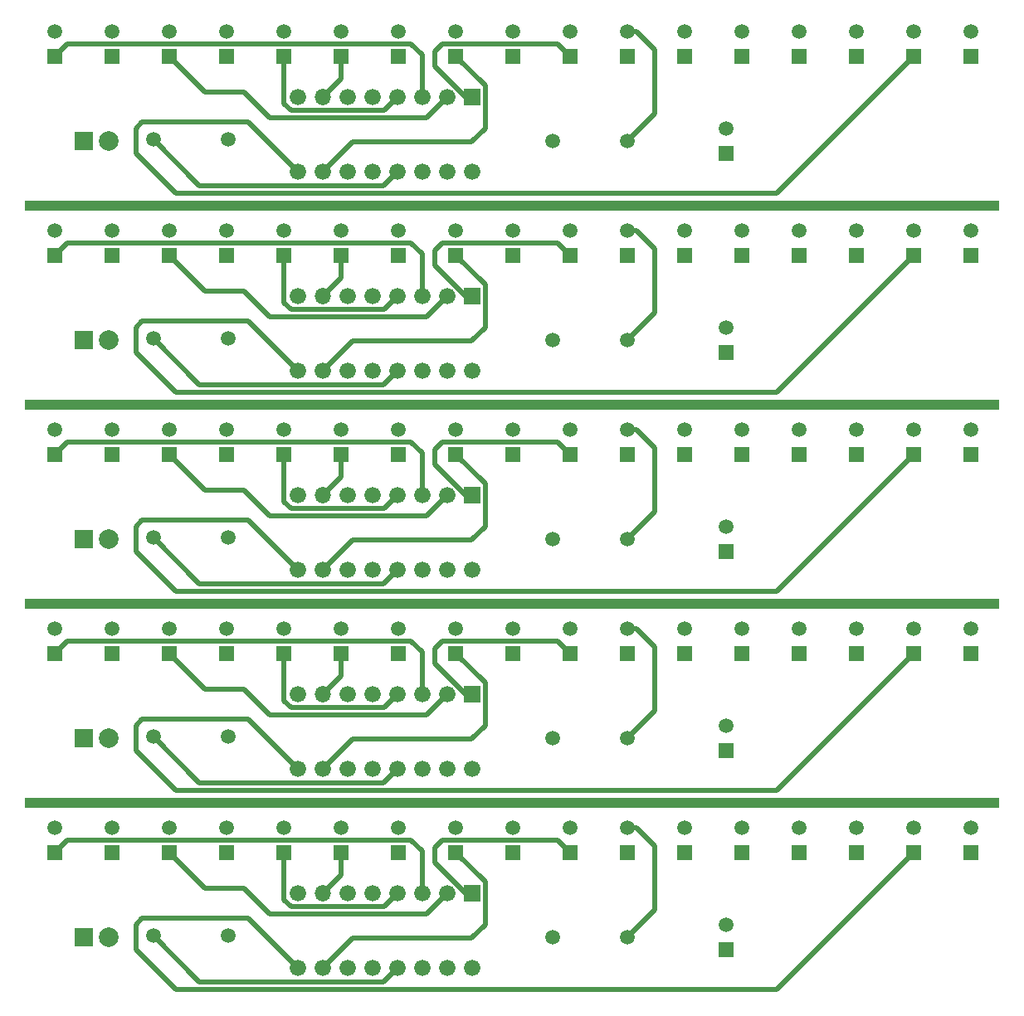
<source format=gtl>
G04 Layer_Physical_Order=1*
G04 Layer_Color=255*
%FSLAX25Y25*%
%MOIN*%
G70*
G01*
G75*
%ADD10C,0.02000*%
%ADD11R,3.91732X0.03937*%
%ADD12C,0.05905*%
%ADD13R,0.05905X0.05905*%
%ADD14R,0.06600X0.06600*%
%ADD15C,0.06600*%
%ADD16O,0.06600X0.06598*%
%ADD17R,0.07480X0.07480*%
%ADD18C,0.07874*%
D10*
X17000Y380000D02*
X22000Y385000D01*
X166200Y355200D02*
X174500Y363500D01*
X103300Y355200D02*
X166200D01*
X92800Y365700D02*
X103300Y355200D01*
X77300Y365700D02*
X92800D01*
X63000Y380000D02*
X77300Y365700D01*
X94500Y353500D02*
X114500Y333500D01*
X178000Y380000D02*
X189800Y368200D01*
Y351000D02*
Y368200D01*
X184300Y345500D02*
X189800Y351000D01*
X136500Y345500D02*
X184300D01*
X124500Y333500D02*
X136500Y345500D01*
X124500Y363500D02*
X132000Y371000D01*
Y380000D01*
X149200Y358200D02*
X154500Y363500D01*
X111900Y358200D02*
X149200D01*
X109000Y361100D02*
X111900Y358200D01*
X109000Y361100D02*
Y380000D01*
X247000Y346000D02*
X258000Y357000D01*
X247000Y390000D02*
X250500D01*
X258000Y382500D01*
Y357000D02*
Y382500D01*
X56500Y346500D02*
X75000Y328000D01*
X149000D01*
X154500Y333500D01*
X307000Y325000D02*
X362000Y380000D01*
X49500Y351000D02*
X52000Y353500D01*
X94500D01*
X49500Y341000D02*
Y351000D01*
Y341000D02*
X65500Y325000D01*
X307000D01*
X219000Y385000D02*
X224000Y380000D01*
X169500Y376000D02*
X182000Y363500D01*
X184500D01*
X169500Y376000D02*
Y382000D01*
X172500Y385000D01*
X219000D01*
X22000D02*
X160000D01*
X164500Y380500D01*
Y363500D02*
Y380500D01*
X17000Y300000D02*
X22000Y305000D01*
X166200Y275200D02*
X174500Y283500D01*
X103300Y275200D02*
X166200D01*
X92800Y285700D02*
X103300Y275200D01*
X77300Y285700D02*
X92800D01*
X63000Y300000D02*
X77300Y285700D01*
X94500Y273500D02*
X114500Y253500D01*
X178000Y300000D02*
X189800Y288200D01*
Y271000D02*
Y288200D01*
X184300Y265500D02*
X189800Y271000D01*
X136500Y265500D02*
X184300D01*
X124500Y253500D02*
X136500Y265500D01*
X124500Y283500D02*
X132000Y291000D01*
Y300000D01*
X149200Y278200D02*
X154500Y283500D01*
X111900Y278200D02*
X149200D01*
X109000Y281100D02*
X111900Y278200D01*
X109000Y281100D02*
Y300000D01*
X247000Y266000D02*
X258000Y277000D01*
X247000Y310000D02*
X250500D01*
X258000Y302500D01*
Y277000D02*
Y302500D01*
X56500Y266500D02*
X75000Y248000D01*
X149000D01*
X154500Y253500D01*
X307000Y245000D02*
X362000Y300000D01*
X49500Y271000D02*
X52000Y273500D01*
X94500D01*
X49500Y261000D02*
Y271000D01*
Y261000D02*
X65500Y245000D01*
X307000D01*
X219000Y305000D02*
X224000Y300000D01*
X169500Y296000D02*
X182000Y283500D01*
X184500D01*
X169500Y296000D02*
Y302000D01*
X172500Y305000D01*
X219000D01*
X22000D02*
X160000D01*
X164500Y300500D01*
Y283500D02*
Y300500D01*
X17000Y220000D02*
X22000Y225000D01*
X166200Y195200D02*
X174500Y203500D01*
X103300Y195200D02*
X166200D01*
X92800Y205700D02*
X103300Y195200D01*
X77300Y205700D02*
X92800D01*
X63000Y220000D02*
X77300Y205700D01*
X94500Y193500D02*
X114500Y173500D01*
X178000Y220000D02*
X189800Y208200D01*
Y191000D02*
Y208200D01*
X184300Y185500D02*
X189800Y191000D01*
X136500Y185500D02*
X184300D01*
X124500Y173500D02*
X136500Y185500D01*
X124500Y203500D02*
X132000Y211000D01*
Y220000D01*
X149200Y198200D02*
X154500Y203500D01*
X111900Y198200D02*
X149200D01*
X109000Y201100D02*
X111900Y198200D01*
X109000Y201100D02*
Y220000D01*
X247000Y186000D02*
X258000Y197000D01*
X247000Y230000D02*
X250500D01*
X258000Y222500D01*
Y197000D02*
Y222500D01*
X56500Y186500D02*
X75000Y168000D01*
X149000D01*
X154500Y173500D01*
X307000Y165000D02*
X362000Y220000D01*
X49500Y191000D02*
X52000Y193500D01*
X94500D01*
X49500Y181000D02*
Y191000D01*
Y181000D02*
X65500Y165000D01*
X307000D01*
X219000Y225000D02*
X224000Y220000D01*
X169500Y216000D02*
X182000Y203500D01*
X184500D01*
X169500Y216000D02*
Y222000D01*
X172500Y225000D01*
X219000D01*
X22000D02*
X160000D01*
X164500Y220500D01*
Y203500D02*
Y220500D01*
X17000Y140000D02*
X22000Y145000D01*
X166200Y115200D02*
X174500Y123500D01*
X103300Y115200D02*
X166200D01*
X92800Y125700D02*
X103300Y115200D01*
X77300Y125700D02*
X92800D01*
X63000Y140000D02*
X77300Y125700D01*
X94500Y113500D02*
X114500Y93500D01*
X178000Y140000D02*
X189800Y128200D01*
Y111000D02*
Y128200D01*
X184300Y105500D02*
X189800Y111000D01*
X136500Y105500D02*
X184300D01*
X124500Y93500D02*
X136500Y105500D01*
X124500Y123500D02*
X132000Y131000D01*
Y140000D01*
X149200Y118200D02*
X154500Y123500D01*
X111900Y118200D02*
X149200D01*
X109000Y121100D02*
X111900Y118200D01*
X109000Y121100D02*
Y140000D01*
X247000Y106000D02*
X258000Y117000D01*
X247000Y150000D02*
X250500D01*
X258000Y142500D01*
Y117000D02*
Y142500D01*
X56500Y106500D02*
X75000Y88000D01*
X149000D01*
X154500Y93500D01*
X307000Y85000D02*
X362000Y140000D01*
X49500Y111000D02*
X52000Y113500D01*
X94500D01*
X49500Y101000D02*
Y111000D01*
Y101000D02*
X65500Y85000D01*
X307000D01*
X219000Y145000D02*
X224000Y140000D01*
X169500Y136000D02*
X182000Y123500D01*
X184500D01*
X169500Y136000D02*
Y142000D01*
X172500Y145000D01*
X219000D01*
X22000D02*
X160000D01*
X164500Y140500D01*
Y123500D02*
Y140500D01*
Y43500D02*
Y60500D01*
X160000Y65000D02*
X164500Y60500D01*
X22000Y65000D02*
X160000D01*
X172500D02*
X219000D01*
X169500Y62000D02*
X172500Y65000D01*
X169500Y56000D02*
Y62000D01*
X182000Y43500D02*
X184500D01*
X169500Y56000D02*
X182000Y43500D01*
X219000Y65000D02*
X224000Y60000D01*
X65500Y5000D02*
X307000D01*
X49500Y21000D02*
X65500Y5000D01*
X49500Y21000D02*
Y31000D01*
X52000Y33500D02*
X94500D01*
X49500Y31000D02*
X52000Y33500D01*
X307000Y5000D02*
X362000Y60000D01*
X149000Y8000D02*
X154500Y13500D01*
X75000Y8000D02*
X149000D01*
X56500Y26500D02*
X75000Y8000D01*
X258000Y37000D02*
Y62500D01*
X250500Y70000D02*
X258000Y62500D01*
X247000Y70000D02*
X250500D01*
X247000Y26000D02*
X258000Y37000D01*
X109000Y41100D02*
Y60000D01*
Y41100D02*
X111900Y38200D01*
X149200D01*
X154500Y43500D01*
X132000Y51000D02*
Y60000D01*
X124500Y43500D02*
X132000Y51000D01*
X124500Y13500D02*
X136500Y25500D01*
X184300D01*
X189800Y31000D01*
Y48200D01*
X178000Y60000D02*
X189800Y48200D01*
X94500Y33500D02*
X114500Y13500D01*
X63000Y60000D02*
X77300Y45700D01*
X92800D01*
X103300Y35200D01*
X166200D01*
X174500Y43500D01*
X17000Y60000D02*
X22000Y65000D01*
D11*
X200500Y320000D02*
D03*
Y240000D02*
D03*
Y160000D02*
D03*
Y80000D02*
D03*
D12*
X86500Y346500D02*
D03*
X56500D02*
D03*
X17000Y390000D02*
D03*
X40000D02*
D03*
X63000D02*
D03*
X86000D02*
D03*
X109000D02*
D03*
X132000D02*
D03*
X155000D02*
D03*
X178000D02*
D03*
X201000D02*
D03*
X224000D02*
D03*
X247000D02*
D03*
X270000D02*
D03*
X293000D02*
D03*
X316000D02*
D03*
X339000D02*
D03*
X362000D02*
D03*
X385000D02*
D03*
X247000Y346000D02*
D03*
X217000D02*
D03*
X286500Y351000D02*
D03*
X86500Y266500D02*
D03*
X56500D02*
D03*
X17000Y310000D02*
D03*
X40000D02*
D03*
X63000D02*
D03*
X86000D02*
D03*
X109000D02*
D03*
X132000D02*
D03*
X155000D02*
D03*
X178000D02*
D03*
X201000D02*
D03*
X224000D02*
D03*
X247000D02*
D03*
X270000D02*
D03*
X293000D02*
D03*
X316000D02*
D03*
X339000D02*
D03*
X362000D02*
D03*
X385000D02*
D03*
X247000Y266000D02*
D03*
X217000D02*
D03*
X286500Y271000D02*
D03*
X86500Y186500D02*
D03*
X56500D02*
D03*
X17000Y230000D02*
D03*
X40000D02*
D03*
X63000D02*
D03*
X86000D02*
D03*
X109000D02*
D03*
X132000D02*
D03*
X155000D02*
D03*
X178000D02*
D03*
X201000D02*
D03*
X224000D02*
D03*
X247000D02*
D03*
X270000D02*
D03*
X293000D02*
D03*
X316000D02*
D03*
X339000D02*
D03*
X362000D02*
D03*
X385000D02*
D03*
X247000Y186000D02*
D03*
X217000D02*
D03*
X286500Y191000D02*
D03*
X86500Y106500D02*
D03*
X56500D02*
D03*
X17000Y150000D02*
D03*
X40000D02*
D03*
X63000D02*
D03*
X86000D02*
D03*
X109000D02*
D03*
X132000D02*
D03*
X155000D02*
D03*
X178000D02*
D03*
X201000D02*
D03*
X224000D02*
D03*
X247000D02*
D03*
X270000D02*
D03*
X293000D02*
D03*
X316000D02*
D03*
X339000D02*
D03*
X362000D02*
D03*
X385000D02*
D03*
X247000Y106000D02*
D03*
X217000D02*
D03*
X286500Y111000D02*
D03*
X86500Y26500D02*
D03*
X56500D02*
D03*
X286500Y31000D02*
D03*
X247000Y26000D02*
D03*
X217000D02*
D03*
X201000Y70000D02*
D03*
X224000D02*
D03*
X178000D02*
D03*
X155000D02*
D03*
X132000D02*
D03*
X109000D02*
D03*
X86000D02*
D03*
X63000D02*
D03*
X40000D02*
D03*
X17000D02*
D03*
X385000D02*
D03*
X362000D02*
D03*
X339000D02*
D03*
X316000D02*
D03*
X293000D02*
D03*
X270000D02*
D03*
X247000D02*
D03*
D13*
X17000Y380000D02*
D03*
X40000D02*
D03*
X63000D02*
D03*
X86000D02*
D03*
X109000D02*
D03*
X132000D02*
D03*
X155000D02*
D03*
X178000D02*
D03*
X201000D02*
D03*
X224000D02*
D03*
X247000D02*
D03*
X270000D02*
D03*
X293000D02*
D03*
X316000D02*
D03*
X339000D02*
D03*
X362000D02*
D03*
X385000D02*
D03*
X286500Y341000D02*
D03*
X17000Y300000D02*
D03*
X40000D02*
D03*
X63000D02*
D03*
X86000D02*
D03*
X109000D02*
D03*
X132000D02*
D03*
X155000D02*
D03*
X178000D02*
D03*
X201000D02*
D03*
X224000D02*
D03*
X247000D02*
D03*
X270000D02*
D03*
X293000D02*
D03*
X316000D02*
D03*
X339000D02*
D03*
X362000D02*
D03*
X385000D02*
D03*
X286500Y261000D02*
D03*
X17000Y220000D02*
D03*
X40000D02*
D03*
X63000D02*
D03*
X86000D02*
D03*
X109000D02*
D03*
X132000D02*
D03*
X155000D02*
D03*
X178000D02*
D03*
X201000D02*
D03*
X224000D02*
D03*
X247000D02*
D03*
X270000D02*
D03*
X293000D02*
D03*
X316000D02*
D03*
X339000D02*
D03*
X362000D02*
D03*
X385000D02*
D03*
X286500Y181000D02*
D03*
X17000Y140000D02*
D03*
X40000D02*
D03*
X63000D02*
D03*
X86000D02*
D03*
X109000D02*
D03*
X132000D02*
D03*
X155000D02*
D03*
X178000D02*
D03*
X201000D02*
D03*
X224000D02*
D03*
X247000D02*
D03*
X270000D02*
D03*
X293000D02*
D03*
X316000D02*
D03*
X339000D02*
D03*
X362000D02*
D03*
X385000D02*
D03*
X286500Y101000D02*
D03*
Y21000D02*
D03*
X201000Y60000D02*
D03*
X224000D02*
D03*
X178000D02*
D03*
X155000D02*
D03*
X132000D02*
D03*
X109000D02*
D03*
X86000D02*
D03*
X63000D02*
D03*
X40000D02*
D03*
X17000D02*
D03*
X385000D02*
D03*
X362000D02*
D03*
X339000D02*
D03*
X316000D02*
D03*
X293000D02*
D03*
X270000D02*
D03*
X247000D02*
D03*
D14*
X184500Y363500D02*
D03*
Y283500D02*
D03*
Y203500D02*
D03*
Y123500D02*
D03*
Y43500D02*
D03*
D15*
X174500Y363500D02*
D03*
X164500D02*
D03*
X154500D02*
D03*
X144500D02*
D03*
X134500D02*
D03*
X114500D02*
D03*
Y333500D02*
D03*
X124500D02*
D03*
X134500D02*
D03*
X144500D02*
D03*
X154500D02*
D03*
X164500D02*
D03*
X174500D02*
D03*
X184500D02*
D03*
X174500Y283500D02*
D03*
X164500D02*
D03*
X154500D02*
D03*
X144500D02*
D03*
X134500D02*
D03*
X114500D02*
D03*
Y253500D02*
D03*
X124500D02*
D03*
X134500D02*
D03*
X144500D02*
D03*
X154500D02*
D03*
X164500D02*
D03*
X174500D02*
D03*
X184500D02*
D03*
X174500Y203500D02*
D03*
X164500D02*
D03*
X154500D02*
D03*
X144500D02*
D03*
X134500D02*
D03*
X114500D02*
D03*
Y173500D02*
D03*
X124500D02*
D03*
X134500D02*
D03*
X144500D02*
D03*
X154500D02*
D03*
X164500D02*
D03*
X174500D02*
D03*
X184500D02*
D03*
X174500Y123500D02*
D03*
X164500D02*
D03*
X154500D02*
D03*
X144500D02*
D03*
X134500D02*
D03*
X114500D02*
D03*
Y93500D02*
D03*
X124500D02*
D03*
X134500D02*
D03*
X144500D02*
D03*
X154500D02*
D03*
X164500D02*
D03*
X174500D02*
D03*
X184500D02*
D03*
X174500Y43500D02*
D03*
X164500D02*
D03*
X154500D02*
D03*
X144500D02*
D03*
X134500D02*
D03*
X114500D02*
D03*
Y13500D02*
D03*
X124500D02*
D03*
X134500D02*
D03*
X144500D02*
D03*
X154500D02*
D03*
X164500D02*
D03*
X174500D02*
D03*
X184500D02*
D03*
D16*
X124500Y363500D02*
D03*
Y283500D02*
D03*
Y203500D02*
D03*
Y123500D02*
D03*
Y43500D02*
D03*
D17*
X28500Y346000D02*
D03*
Y266000D02*
D03*
Y186000D02*
D03*
Y106000D02*
D03*
Y26000D02*
D03*
D18*
X38500Y346000D02*
D03*
Y266000D02*
D03*
Y186000D02*
D03*
Y106000D02*
D03*
Y26000D02*
D03*
M02*

</source>
